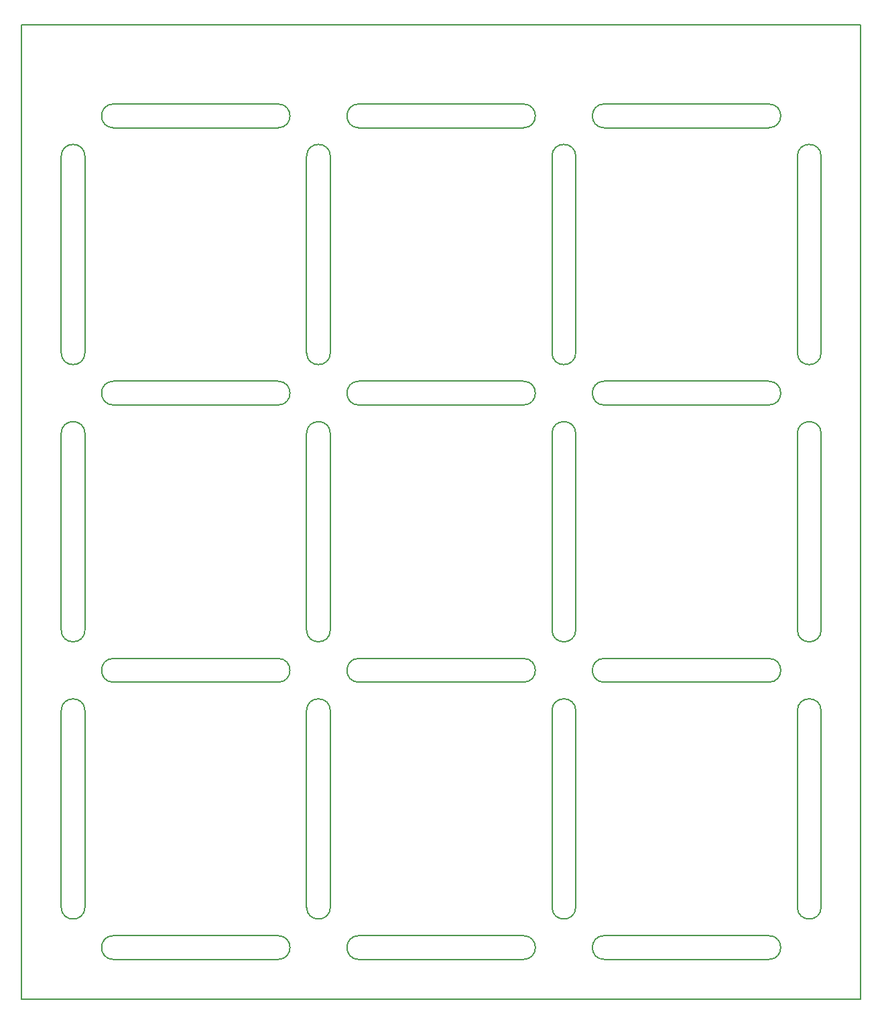
<source format=gbr>
%TF.GenerationSoftware,KiCad,Pcbnew,6.0.4-6f826c9f35~116~ubuntu20.04.1*%
%TF.CreationDate,2022-04-24T16:07:37+02:00*%
%TF.ProjectId,crawl_esc_pan,63726177-6c5f-4657-9363-5f70616e2e6b,rev?*%
%TF.SameCoordinates,Original*%
%TF.FileFunction,Profile,NP*%
%FSLAX46Y46*%
G04 Gerber Fmt 4.6, Leading zero omitted, Abs format (unit mm)*
G04 Created by KiCad (PCBNEW 6.0.4-6f826c9f35~116~ubuntu20.04.1) date 2022-04-24 16:07:37*
%MOMM*%
%LPD*%
G01*
G04 APERTURE LIST*
%TA.AperFunction,Profile*%
%ADD10C,0.150000*%
%TD*%
G04 APERTURE END LIST*
D10*
X163400000Y-148000000D02*
X142600000Y-148000000D01*
X163400000Y-43000000D02*
X142600000Y-43000000D01*
X163400000Y-148000000D02*
G75*
G03*
X163400000Y-145000000I0J1500000D01*
G01*
X108000000Y-71400000D02*
X108000000Y-46600000D01*
X139000000Y-141400000D02*
X139000000Y-116600000D01*
X201000000Y-116600000D02*
G75*
G03*
X198000000Y-116600000I-1500000J0D01*
G01*
X111600000Y-110000000D02*
X132400000Y-110000000D01*
X105000000Y-71400000D02*
G75*
G03*
X108000000Y-71400000I1500000J0D01*
G01*
X173600000Y-75000000D02*
G75*
G03*
X173600000Y-78000000I0J-1500000D01*
G01*
X163400000Y-113000000D02*
X142600000Y-113000000D01*
X111600000Y-145000000D02*
G75*
G03*
X111600000Y-148000000I0J-1500000D01*
G01*
X194400000Y-148000000D02*
X173600000Y-148000000D01*
X198000000Y-141400000D02*
G75*
G03*
X201000000Y-141400000I1500000J0D01*
G01*
X132400000Y-148000000D02*
X111600000Y-148000000D01*
X142600000Y-145000000D02*
G75*
G03*
X142600000Y-148000000I0J-1500000D01*
G01*
X201000000Y-106400000D02*
X201000000Y-81600000D01*
X105000000Y-81600000D02*
X105000000Y-106400000D01*
X139000000Y-81600000D02*
G75*
G03*
X136000000Y-81600000I-1500000J0D01*
G01*
X206000000Y-153000000D02*
X100000000Y-153000000D01*
X111600000Y-75000000D02*
X132400000Y-75000000D01*
X111600000Y-40000000D02*
X132400000Y-40000000D01*
X132400000Y-43000000D02*
X111600000Y-43000000D01*
X136000000Y-46600000D02*
X136000000Y-71400000D01*
X142600000Y-40000000D02*
X163400000Y-40000000D01*
X194400000Y-113000000D02*
G75*
G03*
X194400000Y-110000000I0J1500000D01*
G01*
X136000000Y-141400000D02*
G75*
G03*
X139000000Y-141400000I1500000J0D01*
G01*
X201000000Y-81600000D02*
G75*
G03*
X198000000Y-81600000I-1500000J0D01*
G01*
X170000000Y-46600000D02*
G75*
G03*
X167000000Y-46600000I-1500000J0D01*
G01*
X194400000Y-78000000D02*
G75*
G03*
X194400000Y-75000000I0J1500000D01*
G01*
X194400000Y-43000000D02*
G75*
G03*
X194400000Y-40000000I0J1500000D01*
G01*
X170000000Y-71400000D02*
X170000000Y-46600000D01*
X173600000Y-145000000D02*
X194400000Y-145000000D01*
X132400000Y-148000000D02*
G75*
G03*
X132400000Y-145000000I0J1500000D01*
G01*
X194400000Y-43000000D02*
X173600000Y-43000000D01*
X139000000Y-46600000D02*
G75*
G03*
X136000000Y-46600000I-1500000J0D01*
G01*
X163400000Y-78000000D02*
G75*
G03*
X163400000Y-75000000I0J1500000D01*
G01*
X198000000Y-46600000D02*
X198000000Y-71400000D01*
X105000000Y-116600000D02*
X105000000Y-141400000D01*
X105000000Y-141400000D02*
G75*
G03*
X108000000Y-141400000I1500000J0D01*
G01*
X108000000Y-106400000D02*
X108000000Y-81600000D01*
X142600000Y-40000000D02*
G75*
G03*
X142600000Y-43000000I0J-1500000D01*
G01*
X206000000Y-30000000D02*
X206000000Y-153000000D01*
X132400000Y-113000000D02*
G75*
G03*
X132400000Y-110000000I0J1500000D01*
G01*
X163400000Y-113000000D02*
G75*
G03*
X163400000Y-110000000I0J1500000D01*
G01*
X142600000Y-110000000D02*
G75*
G03*
X142600000Y-113000000I0J-1500000D01*
G01*
X111600000Y-40000000D02*
G75*
G03*
X111600000Y-43000000I0J-1500000D01*
G01*
X111600000Y-145000000D02*
X132400000Y-145000000D01*
X136000000Y-116600000D02*
X136000000Y-141400000D01*
X167000000Y-141400000D02*
G75*
G03*
X170000000Y-141400000I1500000J0D01*
G01*
X108000000Y-116600000D02*
G75*
G03*
X105000000Y-116600000I-1500000J0D01*
G01*
X194400000Y-113000000D02*
X173600000Y-113000000D01*
X167000000Y-71400000D02*
G75*
G03*
X170000000Y-71400000I1500000J0D01*
G01*
X198000000Y-71400000D02*
G75*
G03*
X201000000Y-71400000I1500000J0D01*
G01*
X170000000Y-81600000D02*
G75*
G03*
X167000000Y-81600000I-1500000J0D01*
G01*
X167000000Y-81600000D02*
X167000000Y-106400000D01*
X132400000Y-113000000D02*
X111600000Y-113000000D01*
X170000000Y-116600000D02*
G75*
G03*
X167000000Y-116600000I-1500000J0D01*
G01*
X139000000Y-106400000D02*
X139000000Y-81600000D01*
X173600000Y-110000000D02*
X194400000Y-110000000D01*
X167000000Y-46600000D02*
X167000000Y-71400000D01*
X111600000Y-75000000D02*
G75*
G03*
X111600000Y-78000000I0J-1500000D01*
G01*
X198000000Y-106400000D02*
G75*
G03*
X201000000Y-106400000I1500000J0D01*
G01*
X136000000Y-81600000D02*
X136000000Y-106400000D01*
X167000000Y-106400000D02*
G75*
G03*
X170000000Y-106400000I1500000J0D01*
G01*
X201000000Y-141400000D02*
X201000000Y-116600000D01*
X173600000Y-75000000D02*
X194400000Y-75000000D01*
X100000000Y-30000000D02*
X206000000Y-30000000D01*
X173600000Y-40000000D02*
X194400000Y-40000000D01*
X142600000Y-75000000D02*
G75*
G03*
X142600000Y-78000000I0J-1500000D01*
G01*
X132400000Y-43000000D02*
G75*
G03*
X132400000Y-40000000I0J1500000D01*
G01*
X142600000Y-145000000D02*
X163400000Y-145000000D01*
X136000000Y-71400000D02*
G75*
G03*
X139000000Y-71400000I1500000J0D01*
G01*
X198000000Y-81600000D02*
X198000000Y-106400000D01*
X132400000Y-78000000D02*
G75*
G03*
X132400000Y-75000000I0J1500000D01*
G01*
X198000000Y-116600000D02*
X198000000Y-141400000D01*
X132400000Y-78000000D02*
X111600000Y-78000000D01*
X100000000Y-153000000D02*
X100000000Y-30000000D01*
X139000000Y-116600000D02*
G75*
G03*
X136000000Y-116600000I-1500000J0D01*
G01*
X170000000Y-106400000D02*
X170000000Y-81600000D01*
X194400000Y-78000000D02*
X173600000Y-78000000D01*
X201000000Y-71400000D02*
X201000000Y-46600000D01*
X173600000Y-145000000D02*
G75*
G03*
X173600000Y-148000000I0J-1500000D01*
G01*
X108000000Y-141400000D02*
X108000000Y-116600000D01*
X163400000Y-78000000D02*
X142600000Y-78000000D01*
X108000000Y-46600000D02*
G75*
G03*
X105000000Y-46600000I-1500000J0D01*
G01*
X105000000Y-46600000D02*
X105000000Y-71400000D01*
X142600000Y-75000000D02*
X163400000Y-75000000D01*
X173600000Y-40000000D02*
G75*
G03*
X173600000Y-43000000I0J-1500000D01*
G01*
X136000000Y-106400000D02*
G75*
G03*
X139000000Y-106400000I1500000J0D01*
G01*
X194400000Y-148000000D02*
G75*
G03*
X194400000Y-145000000I0J1500000D01*
G01*
X111600000Y-110000000D02*
G75*
G03*
X111600000Y-113000000I0J-1500000D01*
G01*
X173600000Y-110000000D02*
G75*
G03*
X173600000Y-113000000I0J-1500000D01*
G01*
X108000000Y-81600000D02*
G75*
G03*
X105000000Y-81600000I-1500000J0D01*
G01*
X105000000Y-106400000D02*
G75*
G03*
X108000000Y-106400000I1500000J0D01*
G01*
X139000000Y-71400000D02*
X139000000Y-46600000D01*
X170000000Y-141400000D02*
X170000000Y-116600000D01*
X201000000Y-46600000D02*
G75*
G03*
X198000000Y-46600000I-1500000J0D01*
G01*
X163400000Y-43000000D02*
G75*
G03*
X163400000Y-40000000I0J1500000D01*
G01*
X142600000Y-110000000D02*
X163400000Y-110000000D01*
X167000000Y-116600000D02*
X167000000Y-141400000D01*
M02*

</source>
